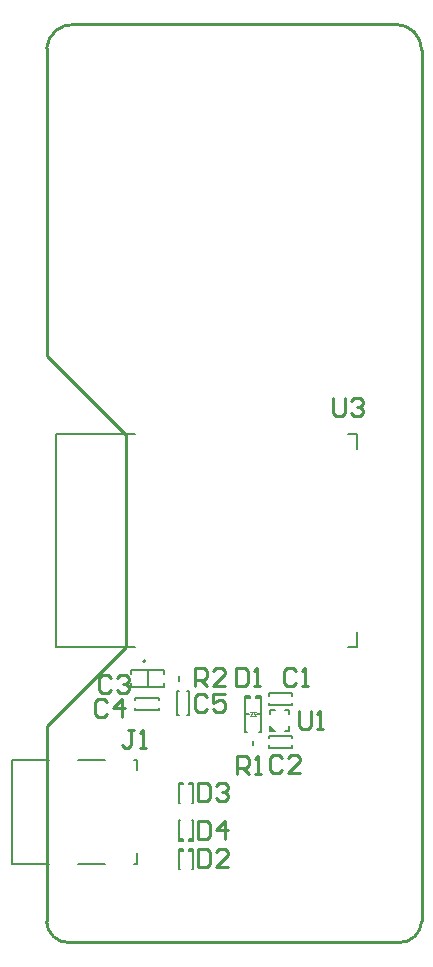
<source format=gto>
G04*
G04 #@! TF.GenerationSoftware,Altium Limited,Altium Designer,23.9.2 (47)*
G04*
G04 Layer_Color=65535*
%FSLAX44Y44*%
%MOMM*%
G71*
G04*
G04 #@! TF.SameCoordinates,5FA424B9-A6D8-4F7E-AE3D-71B40F287457*
G04*
G04*
G04 #@! TF.FilePolarity,Positive*
G04*
G01*
G75*
%ADD10C,0.2540*%
%ADD11C,0.2000*%
%ADD12C,0.1500*%
%ADD13C,0.1000*%
%ADD14C,0.1270*%
G36*
X475310Y561310D02*
X478310D01*
X475310Y564310D01*
Y561310D01*
D02*
G37*
D10*
X309880Y1159510D02*
G03*
X285750Y1139190I-1905J-22225D01*
G01*
X603250Y1137920D02*
G03*
X581660Y1159510I-21590J0D01*
G01*
X285750Y400050D02*
G03*
X304800Y382270I18415J635D01*
G01*
X584200D02*
G03*
X603250Y400050I635J18415D01*
G01*
X285750Y1050925D02*
Y1112520D01*
Y878840D02*
Y940435D01*
Y1112520D02*
Y1139190D01*
X603250Y400050D02*
Y1137920D01*
X562610Y1159510D02*
X581660D01*
X304800Y382270D02*
X584200D01*
X285750Y400050D02*
Y565150D01*
X309880Y1159510D02*
X562610Y1159510D01*
X285750Y940435D02*
Y1050925D01*
Y565150D02*
X353060Y632460D01*
X285750Y878840D02*
X353060Y811530D01*
Y632460D02*
Y811530D01*
X359410Y562557D02*
X354332D01*
X356871D01*
Y549862D01*
X354332Y547323D01*
X351792D01*
X349253Y549862D01*
X364488Y547323D02*
X369567D01*
X367028D01*
Y562557D01*
X364488Y560018D01*
X528324Y843278D02*
Y830582D01*
X530863Y828043D01*
X535942D01*
X538481Y830582D01*
Y843278D01*
X543559Y840738D02*
X546098Y843278D01*
X551177D01*
X553716Y840738D01*
Y838199D01*
X551177Y835660D01*
X548638D01*
X551177D01*
X553716Y833121D01*
Y830582D01*
X551177Y828043D01*
X546098D01*
X543559Y830582D01*
X499113Y577848D02*
Y565152D01*
X501652Y562612D01*
X506731D01*
X509270Y565152D01*
Y577848D01*
X514348Y562612D02*
X519427D01*
X516888D01*
Y577848D01*
X514348Y575308D01*
X411484Y599442D02*
Y614678D01*
X419102D01*
X421641Y612138D01*
Y607060D01*
X419102Y604521D01*
X411484D01*
X416562D02*
X421641Y599442D01*
X436876D02*
X426719D01*
X436876Y609599D01*
Y612138D01*
X434337Y614678D01*
X429258D01*
X426719Y612138D01*
X447043Y524512D02*
Y539748D01*
X454661D01*
X457200Y537208D01*
Y532130D01*
X454661Y529591D01*
X447043D01*
X452122D02*
X457200Y524512D01*
X462278D02*
X467357D01*
X464818D01*
Y539748D01*
X462278Y537208D01*
X414024Y485137D02*
Y469902D01*
X421642D01*
X424181Y472442D01*
Y482598D01*
X421642Y485137D01*
X414024D01*
X436877Y469902D02*
Y485137D01*
X429259Y477520D01*
X439416D01*
X414024Y516888D02*
Y501652D01*
X421642D01*
X424181Y504192D01*
Y514348D01*
X421642Y516888D01*
X414024D01*
X429259Y514348D02*
X431798Y516888D01*
X436877D01*
X439416Y514348D01*
Y511809D01*
X436877Y509270D01*
X434338D01*
X436877D01*
X439416Y506731D01*
Y504192D01*
X436877Y501652D01*
X431798D01*
X429259Y504192D01*
X414024Y461007D02*
Y445773D01*
X421642D01*
X424181Y448312D01*
Y458468D01*
X421642Y461007D01*
X414024D01*
X439416Y445773D02*
X429259D01*
X439416Y455929D01*
Y458468D01*
X436877Y461007D01*
X431798D01*
X429259Y458468D01*
X445773Y614678D02*
Y599442D01*
X453391D01*
X455930Y601982D01*
Y612138D01*
X453391Y614678D01*
X445773D01*
X461008Y599442D02*
X466087D01*
X463548D01*
Y614678D01*
X461008Y612138D01*
X421641Y589868D02*
X419102Y592408D01*
X414023D01*
X411484Y589868D01*
Y579712D01*
X414023Y577173D01*
X419102D01*
X421641Y579712D01*
X436876Y592408D02*
X426719D01*
Y584790D01*
X431797Y587329D01*
X434337D01*
X436876Y584790D01*
Y579712D01*
X434337Y577173D01*
X429258D01*
X426719Y579712D01*
X336551Y585468D02*
X334012Y588008D01*
X328933D01*
X326394Y585468D01*
Y575312D01*
X328933Y572772D01*
X334012D01*
X336551Y575312D01*
X349247Y572772D02*
Y588008D01*
X341629Y580390D01*
X351786D01*
X340361Y605788D02*
X337822Y608327D01*
X332743D01*
X330204Y605788D01*
Y595632D01*
X332743Y593092D01*
X337822D01*
X340361Y595632D01*
X345439Y605788D02*
X347978Y608327D01*
X353057D01*
X355596Y605788D01*
Y603249D01*
X353057Y600710D01*
X350518D01*
X353057D01*
X355596Y598171D01*
Y595632D01*
X353057Y593092D01*
X347978D01*
X345439Y595632D01*
X485141Y538478D02*
X482602Y541017D01*
X477523D01*
X474984Y538478D01*
Y528322D01*
X477523Y525783D01*
X482602D01*
X485141Y528322D01*
X500376Y525783D02*
X490219D01*
X500376Y535939D01*
Y538478D01*
X497837Y541017D01*
X492758D01*
X490219Y538478D01*
X496570Y612138D02*
X494031Y614678D01*
X488952D01*
X486413Y612138D01*
Y601982D01*
X488952Y599442D01*
X494031D01*
X496570Y601982D01*
X501648Y599442D02*
X506727D01*
X504188D01*
Y614678D01*
X501648Y612138D01*
D11*
X369570Y620360D02*
G03*
X369570Y620360I-1000J0D01*
G01*
X256098Y448710D02*
X287598Y448710D01*
X256098Y448710D02*
Y536960D01*
X287598Y536960D01*
X312598Y448710D02*
X335098D01*
X312598Y536960D02*
X335098D01*
X362598Y527960D02*
Y536960D01*
Y448710D02*
Y457960D01*
X360098Y448710D02*
X362598D01*
X360098Y536960D02*
X362598D01*
D12*
X406110Y468580D02*
X410110Y468580D01*
X406110Y469830D02*
X410110Y469830D01*
Y485830D01*
X408860Y485830D02*
X410110Y485830D01*
X397610Y468580D02*
Y469830D01*
X401610Y468580D02*
X401610Y469830D01*
X397610Y468580D02*
X401610Y468580D01*
X397610Y469830D02*
X401610Y469830D01*
X397610Y469830D02*
Y485830D01*
X398860Y485830D01*
X410110Y468580D02*
Y469830D01*
X406110Y469830D02*
X406110Y468580D01*
X475310Y564310D02*
X478310Y561310D01*
X475310Y579310D02*
X479310D01*
X475310Y575310D02*
Y579310D01*
X487310Y561310D02*
X491310D01*
Y565310D01*
X487310Y579310D02*
X491310D01*
X491310Y575310D01*
X475310Y561310D02*
Y565310D01*
Y561310D02*
X479310D01*
X460450Y549260D02*
Y553260D01*
X493900Y555267D02*
X493900Y557267D01*
X473900Y557267D02*
X493900Y557267D01*
X473900Y555267D02*
X473900Y557267D01*
X473900Y549268D02*
X473900Y547267D01*
X493900D01*
Y549268D01*
X493990Y591353D02*
Y593353D01*
X473990D02*
X493990D01*
X473990D02*
X473990Y591353D01*
X473990Y583353D02*
Y585353D01*
Y583353D02*
X493990Y583353D01*
X493990Y585353D02*
X493990Y583353D01*
X397510Y603790D02*
Y607790D01*
X453450Y575510D02*
X456950D01*
X463950D02*
X467450D01*
X465530Y560270D02*
X467450Y560270D01*
Y590510D01*
X462990Y589480D02*
X467450D01*
X453450D02*
X457910D01*
X453450Y560270D02*
Y590510D01*
Y560270D02*
X455370Y560270D01*
X467450Y589480D02*
Y590750D01*
X462990Y590750D02*
X467450Y590750D01*
X462990Y589480D02*
Y590750D01*
X453450Y589480D02*
Y590750D01*
X457910Y590750D01*
Y589480D02*
Y590750D01*
X360840Y579200D02*
Y581200D01*
Y579200D02*
X380840D01*
Y581200D01*
Y587200D02*
Y589200D01*
X360840D02*
X380840D01*
X360840Y587200D02*
Y589200D01*
X357240Y598790D02*
Y601790D01*
Y598790D02*
X385240D01*
Y601790D01*
Y609790D02*
Y612790D01*
X357240D02*
X385240D01*
X357240Y609790D02*
Y612790D01*
X371240Y598790D02*
Y612790D01*
X404320Y574790D02*
X406320Y574790D01*
Y594790D01*
X404320D02*
X406320D01*
X396320D02*
X398320D01*
X396320Y574790D02*
Y594790D01*
Y574790D02*
X398320Y574790D01*
X397610Y517560D02*
X401610Y517560D01*
X397610Y516310D02*
X401610D01*
X397610Y500310D02*
Y516310D01*
Y500310D02*
X398860D01*
X410110Y516310D02*
Y517560D01*
X406110Y516310D02*
Y517560D01*
X410110Y517560D01*
X406110Y516310D02*
X410110D01*
Y500310D02*
Y516310D01*
X408860Y500310D02*
X410110D01*
X397610Y516310D02*
Y517560D01*
X401610Y516310D02*
Y517560D01*
X397610Y461370D02*
X401610Y461370D01*
X397610Y460120D02*
X401610D01*
X397610Y444120D02*
Y460120D01*
Y444120D02*
X398860D01*
X410110Y460120D02*
Y461370D01*
X406110Y460120D02*
Y461370D01*
X410110Y461370D01*
X406110Y460120D02*
X410110D01*
Y444120D02*
Y460120D01*
X408860Y444120D02*
X410110D01*
X397610Y460120D02*
Y461370D01*
X401610Y460120D02*
Y461370D01*
D13*
X460450Y577260D02*
X462950Y573760D01*
X460450D02*
X462950D01*
X460450Y577260D02*
X462700D01*
X458200D02*
X460450D01*
X457950Y573760D02*
X460450D01*
X457950D02*
X460450Y577260D01*
D14*
X293670Y812360D02*
X293670Y632360D01*
X293670Y812360D02*
X360870Y812360D01*
X293670Y632360D02*
X360870Y632360D01*
X541370D02*
X548670D01*
Y644810D01*
X541370Y812360D02*
X548670D01*
Y799910D02*
Y812360D01*
M02*

</source>
